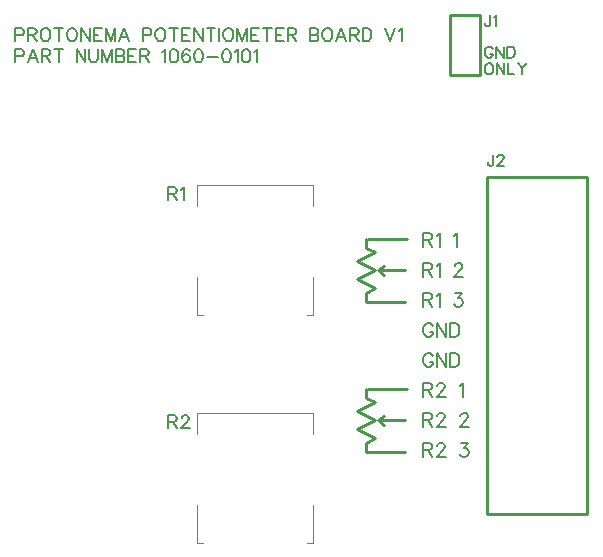
<source format=gto>
G04 Layer: TopSilkscreenLayer*
G04 EasyEDA v6.5.22, 2022-12-26 15:03:30*
G04 20e87ce0830a48a89b1795290e5d5ea8,5a6b42c53f6a479593ecc07194224c93,10*
G04 Gerber Generator version 0.2*
G04 Scale: 100 percent, Rotated: No, Reflected: No *
G04 Dimensions in millimeters *
G04 leading zeros omitted , absolute positions ,4 integer and 5 decimal *
%FSLAX45Y45*%
%MOMM*%

%ADD10C,0.1524*%
%ADD11C,0.2540*%
%ADD12C,0.1001*%

%LPD*%
D10*
X762000Y5423915D02*
G01*
X762000Y5314950D01*
X762000Y5423915D02*
G01*
X808736Y5423915D01*
X824229Y5418836D01*
X829563Y5413502D01*
X834644Y5403087D01*
X834644Y5387594D01*
X829563Y5377179D01*
X824229Y5372100D01*
X808736Y5366765D01*
X762000Y5366765D01*
X910589Y5423915D02*
G01*
X868934Y5314950D01*
X910589Y5423915D02*
G01*
X952245Y5314950D01*
X884681Y5351271D02*
G01*
X936497Y5351271D01*
X986536Y5423915D02*
G01*
X986536Y5314950D01*
X986536Y5423915D02*
G01*
X1033271Y5423915D01*
X1048765Y5418836D01*
X1054100Y5413502D01*
X1059179Y5403087D01*
X1059179Y5392673D01*
X1054100Y5382260D01*
X1048765Y5377179D01*
X1033271Y5372100D01*
X986536Y5372100D01*
X1022857Y5372100D02*
G01*
X1059179Y5314950D01*
X1129792Y5423915D02*
G01*
X1129792Y5314950D01*
X1093470Y5423915D02*
G01*
X1166113Y5423915D01*
X1280413Y5423915D02*
G01*
X1280413Y5314950D01*
X1280413Y5423915D02*
G01*
X1353312Y5314950D01*
X1353312Y5423915D02*
G01*
X1353312Y5314950D01*
X1387602Y5423915D02*
G01*
X1387602Y5345937D01*
X1392681Y5330444D01*
X1403095Y5320029D01*
X1418589Y5314950D01*
X1429004Y5314950D01*
X1444752Y5320029D01*
X1455165Y5330444D01*
X1460245Y5345937D01*
X1460245Y5423915D01*
X1494536Y5423915D02*
G01*
X1494536Y5314950D01*
X1494536Y5423915D02*
G01*
X1536192Y5314950D01*
X1577594Y5423915D02*
G01*
X1536192Y5314950D01*
X1577594Y5423915D02*
G01*
X1577594Y5314950D01*
X1611884Y5423915D02*
G01*
X1611884Y5314950D01*
X1611884Y5423915D02*
G01*
X1658620Y5423915D01*
X1674368Y5418836D01*
X1679447Y5413502D01*
X1684781Y5403087D01*
X1684781Y5392673D01*
X1679447Y5382260D01*
X1674368Y5377179D01*
X1658620Y5372100D01*
X1611884Y5372100D02*
G01*
X1658620Y5372100D01*
X1674368Y5366765D01*
X1679447Y5361686D01*
X1684781Y5351271D01*
X1684781Y5335523D01*
X1679447Y5325110D01*
X1674368Y5320029D01*
X1658620Y5314950D01*
X1611884Y5314950D01*
X1719071Y5423915D02*
G01*
X1719071Y5314950D01*
X1719071Y5423915D02*
G01*
X1786636Y5423915D01*
X1719071Y5372100D02*
G01*
X1760473Y5372100D01*
X1719071Y5314950D02*
G01*
X1786636Y5314950D01*
X1820926Y5423915D02*
G01*
X1820926Y5314950D01*
X1820926Y5423915D02*
G01*
X1867662Y5423915D01*
X1883155Y5418836D01*
X1888489Y5413502D01*
X1893570Y5403087D01*
X1893570Y5392673D01*
X1888489Y5382260D01*
X1883155Y5377179D01*
X1867662Y5372100D01*
X1820926Y5372100D01*
X1857247Y5372100D02*
G01*
X1893570Y5314950D01*
X2007870Y5403087D02*
G01*
X2018284Y5408421D01*
X2033777Y5423915D01*
X2033777Y5314950D01*
X2099309Y5423915D02*
G01*
X2083815Y5418836D01*
X2073402Y5403087D01*
X2068068Y5377179D01*
X2068068Y5361686D01*
X2073402Y5335523D01*
X2083815Y5320029D01*
X2099309Y5314950D01*
X2109724Y5314950D01*
X2125218Y5320029D01*
X2135631Y5335523D01*
X2140965Y5361686D01*
X2140965Y5377179D01*
X2135631Y5403087D01*
X2125218Y5418836D01*
X2109724Y5423915D01*
X2099309Y5423915D01*
X2237486Y5408421D02*
G01*
X2232406Y5418836D01*
X2216658Y5423915D01*
X2206243Y5423915D01*
X2190750Y5418836D01*
X2180336Y5403087D01*
X2175256Y5377179D01*
X2175256Y5351271D01*
X2180336Y5330444D01*
X2190750Y5320029D01*
X2206243Y5314950D01*
X2211577Y5314950D01*
X2227072Y5320029D01*
X2237486Y5330444D01*
X2242820Y5345937D01*
X2242820Y5351271D01*
X2237486Y5366765D01*
X2227072Y5377179D01*
X2211577Y5382260D01*
X2206243Y5382260D01*
X2190750Y5377179D01*
X2180336Y5366765D01*
X2175256Y5351271D01*
X2308097Y5423915D02*
G01*
X2292604Y5418836D01*
X2282190Y5403087D01*
X2277109Y5377179D01*
X2277109Y5361686D01*
X2282190Y5335523D01*
X2292604Y5320029D01*
X2308097Y5314950D01*
X2318511Y5314950D01*
X2334259Y5320029D01*
X2344420Y5335523D01*
X2349754Y5361686D01*
X2349754Y5377179D01*
X2344420Y5403087D01*
X2334259Y5418836D01*
X2318511Y5423915D01*
X2308097Y5423915D01*
X2384043Y5361686D02*
G01*
X2477515Y5361686D01*
X2543047Y5423915D02*
G01*
X2527300Y5418836D01*
X2517140Y5403087D01*
X2511806Y5377179D01*
X2511806Y5361686D01*
X2517140Y5335523D01*
X2527300Y5320029D01*
X2543047Y5314950D01*
X2553461Y5314950D01*
X2568956Y5320029D01*
X2579370Y5335523D01*
X2584450Y5361686D01*
X2584450Y5377179D01*
X2579370Y5403087D01*
X2568956Y5418836D01*
X2553461Y5423915D01*
X2543047Y5423915D01*
X2618740Y5403087D02*
G01*
X2629154Y5408421D01*
X2644902Y5423915D01*
X2644902Y5314950D01*
X2710179Y5423915D02*
G01*
X2694686Y5418836D01*
X2684272Y5403087D01*
X2679191Y5377179D01*
X2679191Y5361686D01*
X2684272Y5335523D01*
X2694686Y5320029D01*
X2710179Y5314950D01*
X2720593Y5314950D01*
X2736341Y5320029D01*
X2746756Y5335523D01*
X2751836Y5361686D01*
X2751836Y5377179D01*
X2746756Y5403087D01*
X2736341Y5418836D01*
X2720593Y5423915D01*
X2710179Y5423915D01*
X2786125Y5403087D02*
G01*
X2796540Y5408421D01*
X2812034Y5423915D01*
X2812034Y5314950D01*
X762000Y5601715D02*
G01*
X762000Y5492750D01*
X762000Y5601715D02*
G01*
X808736Y5601715D01*
X824229Y5596636D01*
X829563Y5591302D01*
X834644Y5580887D01*
X834644Y5565394D01*
X829563Y5554979D01*
X824229Y5549900D01*
X808736Y5544565D01*
X762000Y5544565D01*
X868934Y5601715D02*
G01*
X868934Y5492750D01*
X868934Y5601715D02*
G01*
X915670Y5601715D01*
X931418Y5596636D01*
X936497Y5591302D01*
X941831Y5580887D01*
X941831Y5570473D01*
X936497Y5560060D01*
X931418Y5554979D01*
X915670Y5549900D01*
X868934Y5549900D01*
X905510Y5549900D02*
G01*
X941831Y5492750D01*
X1007110Y5601715D02*
G01*
X996950Y5596636D01*
X986536Y5586221D01*
X981202Y5575807D01*
X976121Y5560060D01*
X976121Y5534152D01*
X981202Y5518657D01*
X986536Y5508244D01*
X996950Y5497829D01*
X1007110Y5492750D01*
X1027937Y5492750D01*
X1038352Y5497829D01*
X1048765Y5508244D01*
X1054100Y5518657D01*
X1059179Y5534152D01*
X1059179Y5560060D01*
X1054100Y5575807D01*
X1048765Y5586221D01*
X1038352Y5596636D01*
X1027937Y5601715D01*
X1007110Y5601715D01*
X1129792Y5601715D02*
G01*
X1129792Y5492750D01*
X1093470Y5601715D02*
G01*
X1166113Y5601715D01*
X1231645Y5601715D02*
G01*
X1221231Y5596636D01*
X1210818Y5586221D01*
X1205737Y5575807D01*
X1200404Y5560060D01*
X1200404Y5534152D01*
X1205737Y5518657D01*
X1210818Y5508244D01*
X1221231Y5497829D01*
X1231645Y5492750D01*
X1252473Y5492750D01*
X1262887Y5497829D01*
X1273302Y5508244D01*
X1278381Y5518657D01*
X1283715Y5534152D01*
X1283715Y5560060D01*
X1278381Y5575807D01*
X1273302Y5586221D01*
X1262887Y5596636D01*
X1252473Y5601715D01*
X1231645Y5601715D01*
X1318005Y5601715D02*
G01*
X1318005Y5492750D01*
X1318005Y5601715D02*
G01*
X1390650Y5492750D01*
X1390650Y5601715D02*
G01*
X1390650Y5492750D01*
X1424939Y5601715D02*
G01*
X1424939Y5492750D01*
X1424939Y5601715D02*
G01*
X1492504Y5601715D01*
X1424939Y5549900D02*
G01*
X1466595Y5549900D01*
X1424939Y5492750D02*
G01*
X1492504Y5492750D01*
X1526794Y5601715D02*
G01*
X1526794Y5492750D01*
X1526794Y5601715D02*
G01*
X1568450Y5492750D01*
X1609852Y5601715D02*
G01*
X1568450Y5492750D01*
X1609852Y5601715D02*
G01*
X1609852Y5492750D01*
X1685797Y5601715D02*
G01*
X1644142Y5492750D01*
X1685797Y5601715D02*
G01*
X1727200Y5492750D01*
X1659889Y5529071D02*
G01*
X1711705Y5529071D01*
X1841500Y5601715D02*
G01*
X1841500Y5492750D01*
X1841500Y5601715D02*
G01*
X1888489Y5601715D01*
X1903984Y5596636D01*
X1909063Y5591302D01*
X1914397Y5580887D01*
X1914397Y5565394D01*
X1909063Y5554979D01*
X1903984Y5549900D01*
X1888489Y5544565D01*
X1841500Y5544565D01*
X1979929Y5601715D02*
G01*
X1969515Y5596636D01*
X1959102Y5586221D01*
X1953768Y5575807D01*
X1948688Y5560060D01*
X1948688Y5534152D01*
X1953768Y5518657D01*
X1959102Y5508244D01*
X1969515Y5497829D01*
X1979929Y5492750D01*
X2000504Y5492750D01*
X2010918Y5497829D01*
X2021331Y5508244D01*
X2026665Y5518657D01*
X2031745Y5534152D01*
X2031745Y5560060D01*
X2026665Y5575807D01*
X2021331Y5586221D01*
X2010918Y5596636D01*
X2000504Y5601715D01*
X1979929Y5601715D01*
X2102358Y5601715D02*
G01*
X2102358Y5492750D01*
X2066036Y5601715D02*
G01*
X2138679Y5601715D01*
X2172970Y5601715D02*
G01*
X2172970Y5492750D01*
X2172970Y5601715D02*
G01*
X2240534Y5601715D01*
X2172970Y5549900D02*
G01*
X2214625Y5549900D01*
X2172970Y5492750D02*
G01*
X2240534Y5492750D01*
X2274824Y5601715D02*
G01*
X2274824Y5492750D01*
X2274824Y5601715D02*
G01*
X2347722Y5492750D01*
X2347722Y5601715D02*
G01*
X2347722Y5492750D01*
X2418334Y5601715D02*
G01*
X2418334Y5492750D01*
X2382011Y5601715D02*
G01*
X2454656Y5601715D01*
X2488945Y5601715D02*
G01*
X2488945Y5492750D01*
X2554477Y5601715D02*
G01*
X2544063Y5596636D01*
X2533650Y5586221D01*
X2528570Y5575807D01*
X2523236Y5560060D01*
X2523236Y5534152D01*
X2528570Y5518657D01*
X2533650Y5508244D01*
X2544063Y5497829D01*
X2554477Y5492750D01*
X2575306Y5492750D01*
X2585720Y5497829D01*
X2595879Y5508244D01*
X2601213Y5518657D01*
X2606293Y5534152D01*
X2606293Y5560060D01*
X2601213Y5575807D01*
X2595879Y5586221D01*
X2585720Y5596636D01*
X2575306Y5601715D01*
X2554477Y5601715D01*
X2640584Y5601715D02*
G01*
X2640584Y5492750D01*
X2640584Y5601715D02*
G01*
X2682240Y5492750D01*
X2723895Y5601715D02*
G01*
X2682240Y5492750D01*
X2723895Y5601715D02*
G01*
X2723895Y5492750D01*
X2758186Y5601715D02*
G01*
X2758186Y5492750D01*
X2758186Y5601715D02*
G01*
X2825750Y5601715D01*
X2758186Y5549900D02*
G01*
X2799588Y5549900D01*
X2758186Y5492750D02*
G01*
X2825750Y5492750D01*
X2896361Y5601715D02*
G01*
X2896361Y5492750D01*
X2860040Y5601715D02*
G01*
X2932684Y5601715D01*
X2966974Y5601715D02*
G01*
X2966974Y5492750D01*
X2966974Y5601715D02*
G01*
X3034538Y5601715D01*
X2966974Y5549900D02*
G01*
X3008629Y5549900D01*
X2966974Y5492750D02*
G01*
X3034538Y5492750D01*
X3068827Y5601715D02*
G01*
X3068827Y5492750D01*
X3068827Y5601715D02*
G01*
X3115563Y5601715D01*
X3131058Y5596636D01*
X3136391Y5591302D01*
X3141472Y5580887D01*
X3141472Y5570473D01*
X3136391Y5560060D01*
X3131058Y5554979D01*
X3115563Y5549900D01*
X3068827Y5549900D01*
X3105150Y5549900D02*
G01*
X3141472Y5492750D01*
X3255772Y5601715D02*
G01*
X3255772Y5492750D01*
X3255772Y5601715D02*
G01*
X3302508Y5601715D01*
X3318256Y5596636D01*
X3323336Y5591302D01*
X3328670Y5580887D01*
X3328670Y5570473D01*
X3323336Y5560060D01*
X3318256Y5554979D01*
X3302508Y5549900D01*
X3255772Y5549900D02*
G01*
X3302508Y5549900D01*
X3318256Y5544565D01*
X3323336Y5539486D01*
X3328670Y5529071D01*
X3328670Y5513323D01*
X3323336Y5502910D01*
X3318256Y5497829D01*
X3302508Y5492750D01*
X3255772Y5492750D01*
X3393947Y5601715D02*
G01*
X3383534Y5596636D01*
X3373120Y5586221D01*
X3368040Y5575807D01*
X3362959Y5560060D01*
X3362959Y5534152D01*
X3368040Y5518657D01*
X3373120Y5508244D01*
X3383534Y5497829D01*
X3393947Y5492750D01*
X3414775Y5492750D01*
X3425190Y5497829D01*
X3435604Y5508244D01*
X3440684Y5518657D01*
X3446018Y5534152D01*
X3446018Y5560060D01*
X3440684Y5575807D01*
X3435604Y5586221D01*
X3425190Y5596636D01*
X3414775Y5601715D01*
X3393947Y5601715D01*
X3521709Y5601715D02*
G01*
X3480308Y5492750D01*
X3521709Y5601715D02*
G01*
X3563365Y5492750D01*
X3495802Y5529071D02*
G01*
X3547872Y5529071D01*
X3597656Y5601715D02*
G01*
X3597656Y5492750D01*
X3597656Y5601715D02*
G01*
X3644391Y5601715D01*
X3660140Y5596636D01*
X3665220Y5591302D01*
X3670300Y5580887D01*
X3670300Y5570473D01*
X3665220Y5560060D01*
X3660140Y5554979D01*
X3644391Y5549900D01*
X3597656Y5549900D01*
X3633977Y5549900D02*
G01*
X3670300Y5492750D01*
X3704590Y5601715D02*
G01*
X3704590Y5492750D01*
X3704590Y5601715D02*
G01*
X3741165Y5601715D01*
X3756659Y5596636D01*
X3767074Y5586221D01*
X3772154Y5575807D01*
X3777488Y5560060D01*
X3777488Y5534152D01*
X3772154Y5518657D01*
X3767074Y5508244D01*
X3756659Y5497829D01*
X3741165Y5492750D01*
X3704590Y5492750D01*
X3891788Y5601715D02*
G01*
X3933190Y5492750D01*
X3974845Y5601715D02*
G01*
X3933190Y5492750D01*
X4009136Y5580887D02*
G01*
X4019550Y5586221D01*
X4035043Y5601715D01*
X4035043Y5492750D01*
X4782565Y5714237D02*
G01*
X4782565Y5641594D01*
X4777993Y5627878D01*
X4773422Y5623305D01*
X4764277Y5618734D01*
X4755388Y5618734D01*
X4746243Y5623305D01*
X4741672Y5627878D01*
X4737100Y5641594D01*
X4737100Y5650737D01*
X4812538Y5696204D02*
G01*
X4821681Y5700776D01*
X4835397Y5714237D01*
X4835397Y5618734D01*
X4805172Y5424931D02*
G01*
X4800854Y5434076D01*
X4791709Y5442965D01*
X4782565Y5447537D01*
X4764277Y5447537D01*
X4755388Y5442965D01*
X4746243Y5434076D01*
X4741672Y5424931D01*
X4737100Y5411215D01*
X4737100Y5388610D01*
X4741672Y5374894D01*
X4746243Y5365750D01*
X4755388Y5356605D01*
X4764277Y5352034D01*
X4782565Y5352034D01*
X4791709Y5356605D01*
X4800854Y5365750D01*
X4805172Y5374894D01*
X4805172Y5388610D01*
X4782565Y5388610D02*
G01*
X4805172Y5388610D01*
X4835397Y5447537D02*
G01*
X4835397Y5352034D01*
X4835397Y5447537D02*
G01*
X4898897Y5352034D01*
X4898897Y5447537D02*
G01*
X4898897Y5352034D01*
X4928870Y5447537D02*
G01*
X4928870Y5352034D01*
X4928870Y5447537D02*
G01*
X4960620Y5447537D01*
X4974336Y5442965D01*
X4983479Y5434076D01*
X4988052Y5424931D01*
X4992624Y5411215D01*
X4992624Y5388610D01*
X4988052Y5374894D01*
X4983479Y5365750D01*
X4974336Y5356605D01*
X4960620Y5352034D01*
X4928870Y5352034D01*
X4764277Y5307837D02*
G01*
X4755388Y5303265D01*
X4746243Y5294376D01*
X4741672Y5285231D01*
X4737100Y5271515D01*
X4737100Y5248910D01*
X4741672Y5235194D01*
X4746243Y5226050D01*
X4755388Y5216905D01*
X4764277Y5212334D01*
X4782565Y5212334D01*
X4791709Y5216905D01*
X4800854Y5226050D01*
X4805172Y5235194D01*
X4809743Y5248910D01*
X4809743Y5271515D01*
X4805172Y5285231D01*
X4800854Y5294376D01*
X4791709Y5303265D01*
X4782565Y5307837D01*
X4764277Y5307837D01*
X4839715Y5307837D02*
G01*
X4839715Y5212334D01*
X4839715Y5307837D02*
G01*
X4903470Y5212334D01*
X4903470Y5307837D02*
G01*
X4903470Y5212334D01*
X4933441Y5307837D02*
G01*
X4933441Y5212334D01*
X4933441Y5212334D02*
G01*
X4988052Y5212334D01*
X5018024Y5307837D02*
G01*
X5054345Y5262371D01*
X5054345Y5212334D01*
X5090668Y5307837D02*
G01*
X5054345Y5262371D01*
X4807955Y4533130D02*
G01*
X4807955Y4460486D01*
X4803383Y4446770D01*
X4798811Y4442198D01*
X4789667Y4437626D01*
X4780777Y4437626D01*
X4771633Y4442198D01*
X4767061Y4446770D01*
X4762489Y4460486D01*
X4762489Y4469630D01*
X4842499Y4510524D02*
G01*
X4842499Y4515096D01*
X4847071Y4523986D01*
X4851643Y4528558D01*
X4860787Y4533130D01*
X4878821Y4533130D01*
X4887965Y4528558D01*
X4892537Y4523986D01*
X4897109Y4515096D01*
X4897109Y4505952D01*
X4892537Y4496808D01*
X4883393Y4483092D01*
X4837927Y4437626D01*
X4901681Y4437626D01*
X4216400Y3867657D02*
G01*
X4216400Y3753104D01*
X4216400Y3867657D02*
G01*
X4265422Y3867657D01*
X4281931Y3862070D01*
X4287265Y3856736D01*
X4292854Y3845813D01*
X4292854Y3834892D01*
X4287265Y3823970D01*
X4281931Y3818381D01*
X4265422Y3813047D01*
X4216400Y3813047D01*
X4254500Y3813047D02*
G01*
X4292854Y3753104D01*
X4328668Y3845813D02*
G01*
X4339590Y3851147D01*
X4356100Y3867657D01*
X4356100Y3753104D01*
X4475988Y3845813D02*
G01*
X4486909Y3851147D01*
X4503420Y3867657D01*
X4503420Y3753104D01*
X4216400Y3613657D02*
G01*
X4216400Y3499104D01*
X4216400Y3613657D02*
G01*
X4265422Y3613657D01*
X4281931Y3608070D01*
X4287265Y3602736D01*
X4292854Y3591813D01*
X4292854Y3580892D01*
X4287265Y3569970D01*
X4281931Y3564381D01*
X4265422Y3559047D01*
X4216400Y3559047D01*
X4254500Y3559047D02*
G01*
X4292854Y3499104D01*
X4328668Y3591813D02*
G01*
X4339590Y3597147D01*
X4356100Y3613657D01*
X4356100Y3499104D01*
X4481575Y3586226D02*
G01*
X4481575Y3591813D01*
X4486909Y3602736D01*
X4492497Y3608070D01*
X4503420Y3613657D01*
X4525009Y3613657D01*
X4535931Y3608070D01*
X4541520Y3602736D01*
X4546854Y3591813D01*
X4546854Y3580892D01*
X4541520Y3569970D01*
X4530597Y3553713D01*
X4475988Y3499104D01*
X4552441Y3499104D01*
X4216400Y3359657D02*
G01*
X4216400Y3245104D01*
X4216400Y3359657D02*
G01*
X4265422Y3359657D01*
X4281931Y3354070D01*
X4287265Y3348736D01*
X4292854Y3337813D01*
X4292854Y3326892D01*
X4287265Y3315970D01*
X4281931Y3310381D01*
X4265422Y3305047D01*
X4216400Y3305047D01*
X4254500Y3305047D02*
G01*
X4292854Y3245104D01*
X4328668Y3337813D02*
G01*
X4339590Y3343147D01*
X4356100Y3359657D01*
X4356100Y3245104D01*
X4486909Y3359657D02*
G01*
X4546854Y3359657D01*
X4514341Y3315970D01*
X4530597Y3315970D01*
X4541520Y3310381D01*
X4546854Y3305047D01*
X4552441Y3288792D01*
X4552441Y3277870D01*
X4546854Y3261360D01*
X4535931Y3250437D01*
X4519675Y3245104D01*
X4503420Y3245104D01*
X4486909Y3250437D01*
X4481575Y3256026D01*
X4475988Y3266947D01*
X4298188Y3078226D02*
G01*
X4292854Y3089147D01*
X4281931Y3100070D01*
X4271009Y3105657D01*
X4249165Y3105657D01*
X4238243Y3100070D01*
X4227322Y3089147D01*
X4221734Y3078226D01*
X4216400Y3061970D01*
X4216400Y3034792D01*
X4221734Y3018281D01*
X4227322Y3007360D01*
X4238243Y2996437D01*
X4249165Y2991104D01*
X4271009Y2991104D01*
X4281931Y2996437D01*
X4292854Y3007360D01*
X4298188Y3018281D01*
X4298188Y3034792D01*
X4271009Y3034792D02*
G01*
X4298188Y3034792D01*
X4334256Y3105657D02*
G01*
X4334256Y2991104D01*
X4334256Y3105657D02*
G01*
X4410456Y2991104D01*
X4410456Y3105657D02*
G01*
X4410456Y2991104D01*
X4446524Y3105657D02*
G01*
X4446524Y2991104D01*
X4446524Y3105657D02*
G01*
X4484877Y3105657D01*
X4501134Y3100070D01*
X4512056Y3089147D01*
X4517390Y3078226D01*
X4522977Y3061970D01*
X4522977Y3034792D01*
X4517390Y3018281D01*
X4512056Y3007360D01*
X4501134Y2996437D01*
X4484877Y2991104D01*
X4446524Y2991104D01*
X4298188Y2824226D02*
G01*
X4292854Y2835147D01*
X4281931Y2846070D01*
X4271009Y2851657D01*
X4249165Y2851657D01*
X4238243Y2846070D01*
X4227322Y2835147D01*
X4221734Y2824226D01*
X4216400Y2807970D01*
X4216400Y2780792D01*
X4221734Y2764281D01*
X4227322Y2753360D01*
X4238243Y2742437D01*
X4249165Y2737104D01*
X4271009Y2737104D01*
X4281931Y2742437D01*
X4292854Y2753360D01*
X4298188Y2764281D01*
X4298188Y2780792D01*
X4271009Y2780792D02*
G01*
X4298188Y2780792D01*
X4334256Y2851657D02*
G01*
X4334256Y2737104D01*
X4334256Y2851657D02*
G01*
X4410456Y2737104D01*
X4410456Y2851657D02*
G01*
X4410456Y2737104D01*
X4446524Y2851657D02*
G01*
X4446524Y2737104D01*
X4446524Y2851657D02*
G01*
X4484877Y2851657D01*
X4501134Y2846070D01*
X4512056Y2835147D01*
X4517390Y2824226D01*
X4522977Y2807970D01*
X4522977Y2780792D01*
X4517390Y2764281D01*
X4512056Y2753360D01*
X4501134Y2742437D01*
X4484877Y2737104D01*
X4446524Y2737104D01*
X4216400Y2597657D02*
G01*
X4216400Y2483104D01*
X4216400Y2597657D02*
G01*
X4265422Y2597657D01*
X4281931Y2592070D01*
X4287265Y2586736D01*
X4292854Y2575813D01*
X4292854Y2564892D01*
X4287265Y2553970D01*
X4281931Y2548381D01*
X4265422Y2543047D01*
X4216400Y2543047D01*
X4254500Y2543047D02*
G01*
X4292854Y2483104D01*
X4334256Y2570226D02*
G01*
X4334256Y2575813D01*
X4339590Y2586736D01*
X4345177Y2592070D01*
X4356100Y2597657D01*
X4377943Y2597657D01*
X4388865Y2592070D01*
X4394200Y2586736D01*
X4399788Y2575813D01*
X4399788Y2564892D01*
X4394200Y2553970D01*
X4383277Y2537713D01*
X4328668Y2483104D01*
X4405122Y2483104D01*
X4525009Y2575813D02*
G01*
X4535931Y2581147D01*
X4552441Y2597657D01*
X4552441Y2483104D01*
X4216400Y2343657D02*
G01*
X4216400Y2229104D01*
X4216400Y2343657D02*
G01*
X4265422Y2343657D01*
X4281931Y2338070D01*
X4287265Y2332736D01*
X4292854Y2321813D01*
X4292854Y2310892D01*
X4287265Y2299970D01*
X4281931Y2294381D01*
X4265422Y2289047D01*
X4216400Y2289047D01*
X4254500Y2289047D02*
G01*
X4292854Y2229104D01*
X4334256Y2316226D02*
G01*
X4334256Y2321813D01*
X4339590Y2332736D01*
X4345177Y2338070D01*
X4356100Y2343657D01*
X4377943Y2343657D01*
X4388865Y2338070D01*
X4394200Y2332736D01*
X4399788Y2321813D01*
X4399788Y2310892D01*
X4394200Y2299970D01*
X4383277Y2283713D01*
X4328668Y2229104D01*
X4405122Y2229104D01*
X4530597Y2316226D02*
G01*
X4530597Y2321813D01*
X4535931Y2332736D01*
X4541520Y2338070D01*
X4552441Y2343657D01*
X4574286Y2343657D01*
X4585208Y2338070D01*
X4590541Y2332736D01*
X4596129Y2321813D01*
X4596129Y2310892D01*
X4590541Y2299970D01*
X4579620Y2283713D01*
X4525009Y2229104D01*
X4601463Y2229104D01*
X4216400Y2089657D02*
G01*
X4216400Y1975104D01*
X4216400Y2089657D02*
G01*
X4265422Y2089657D01*
X4281931Y2084070D01*
X4287265Y2078736D01*
X4292854Y2067813D01*
X4292854Y2056892D01*
X4287265Y2045970D01*
X4281931Y2040381D01*
X4265422Y2035047D01*
X4216400Y2035047D01*
X4254500Y2035047D02*
G01*
X4292854Y1975104D01*
X4334256Y2062226D02*
G01*
X4334256Y2067813D01*
X4339590Y2078736D01*
X4345177Y2084070D01*
X4356100Y2089657D01*
X4377943Y2089657D01*
X4388865Y2084070D01*
X4394200Y2078736D01*
X4399788Y2067813D01*
X4399788Y2056892D01*
X4394200Y2045970D01*
X4383277Y2029713D01*
X4328668Y1975104D01*
X4405122Y1975104D01*
X4535931Y2089657D02*
G01*
X4596129Y2089657D01*
X4563363Y2045970D01*
X4579620Y2045970D01*
X4590541Y2040381D01*
X4596129Y2035047D01*
X4601463Y2018792D01*
X4601463Y2007870D01*
X4596129Y1991360D01*
X4585208Y1980437D01*
X4568697Y1975104D01*
X4552441Y1975104D01*
X4535931Y1980437D01*
X4530597Y1986026D01*
X4525009Y1996947D01*
X2057400Y4255515D02*
G01*
X2057400Y4146550D01*
X2057400Y4255515D02*
G01*
X2104136Y4255515D01*
X2119629Y4250436D01*
X2124963Y4245102D01*
X2130043Y4234687D01*
X2130043Y4224273D01*
X2124963Y4213860D01*
X2119629Y4208779D01*
X2104136Y4203700D01*
X2057400Y4203700D01*
X2093722Y4203700D02*
G01*
X2130043Y4146550D01*
X2164334Y4234687D02*
G01*
X2174747Y4240021D01*
X2190495Y4255515D01*
X2190495Y4146550D01*
X2057400Y2325115D02*
G01*
X2057400Y2216150D01*
X2057400Y2325115D02*
G01*
X2104136Y2325115D01*
X2119629Y2320036D01*
X2124963Y2314702D01*
X2130043Y2304287D01*
X2130043Y2293873D01*
X2124963Y2283460D01*
X2119629Y2278379D01*
X2104136Y2273300D01*
X2057400Y2273300D01*
X2093722Y2273300D02*
G01*
X2130043Y2216150D01*
X2169668Y2299207D02*
G01*
X2169668Y2304287D01*
X2174747Y2314702D01*
X2180081Y2320036D01*
X2190495Y2325115D01*
X2211070Y2325115D01*
X2221484Y2320036D01*
X2226818Y2314702D01*
X2231897Y2304287D01*
X2231897Y2293873D01*
X2226818Y2283460D01*
X2216404Y2267965D01*
X2164334Y2216150D01*
X2237231Y2216150D01*
D11*
X3746492Y2552679D02*
G01*
X4076692Y2552679D01*
X3733792Y2019292D02*
G01*
X3733792Y2095492D01*
X3809992Y2133592D01*
X3657592Y2209792D01*
X3809992Y2285992D01*
X3657592Y2362192D01*
X3809992Y2438392D01*
X3733792Y2476492D01*
X3733779Y2552687D01*
X4063992Y2285992D02*
G01*
X3835392Y2285992D01*
X3733779Y2019287D02*
G01*
X4063979Y2019287D01*
X3835379Y2285979D02*
G01*
X3886179Y2247887D01*
X3835392Y2285992D02*
G01*
X3886179Y2324087D01*
X3746492Y3822679D02*
G01*
X4076692Y3822679D01*
X3733792Y3289292D02*
G01*
X3733792Y3365492D01*
X3809992Y3403592D01*
X3657592Y3479792D01*
X3809992Y3555992D01*
X3657592Y3632192D01*
X3809992Y3708392D01*
X3733792Y3746492D01*
X3733779Y3822687D01*
X4063992Y3555992D02*
G01*
X3835392Y3555992D01*
X3733779Y3289287D02*
G01*
X4063979Y3289287D01*
X3835379Y3555979D02*
G01*
X3886179Y3517887D01*
X3835392Y3555992D02*
G01*
X3886179Y3594087D01*
D12*
X2304003Y3498794D02*
G01*
X2304003Y3173801D01*
X2353990Y3173801D01*
X3283986Y3498794D02*
G01*
X3283986Y3173801D01*
X3233999Y3173801D01*
X2304003Y4098792D02*
G01*
X2304003Y4273798D01*
X3283986Y4273798D01*
X3283986Y4098792D01*
X2304003Y1568396D02*
G01*
X2304003Y1243403D01*
X2353990Y1243403D01*
X3283986Y1568396D02*
G01*
X3283986Y1243403D01*
X3233999Y1243403D01*
X2304003Y2168395D02*
G01*
X2304003Y2343401D01*
X3283986Y2343401D01*
X3283986Y2168395D01*
D11*
X4445000Y5715000D02*
G01*
X4699000Y5715000D01*
X4699000Y5207000D01*
X4445000Y5207000D01*
X4445000Y5715000D01*
X4756581Y4340605D02*
G01*
X5606592Y4340605D01*
X5606592Y1490598D01*
X4756581Y1490598D01*
X4756581Y4340605D01*
M02*

</source>
